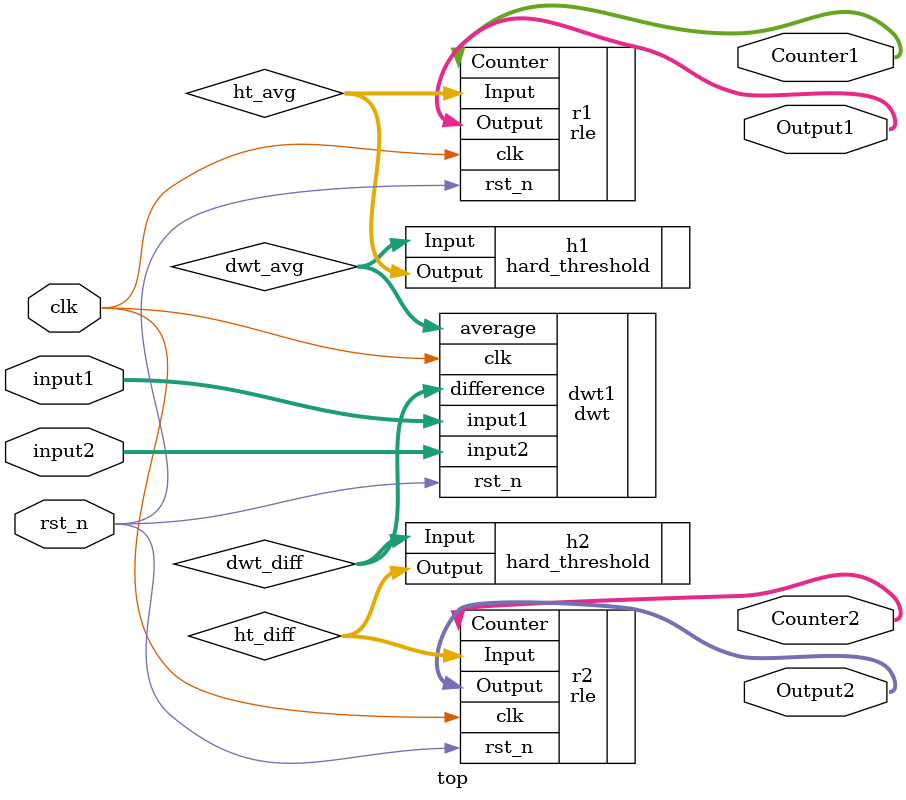
<source format=v>
`include "dwt.v"
`include "rle.v"
`include "hard_threshold.v"

module top( 
input  clk,rst_n,
input signed [7:0] input1,
input signed [7:0] input2,
output signed [8:0] Output1,
output  [7:0] Counter1,
output signed [8:0] Output2,
output  [7:0] Counter2);

wire signed [8:0] dwt_avg,dwt_diff,ht_avg,ht_diff;

dwt dwt1(.clk(clk),.rst_n(rst_n),.input1(input1),.input2(input2), .average(dwt_avg), .difference(dwt_diff));

hard_threshold h1 (.Input(dwt_avg),.Output(ht_avg)); // avg
hard_threshold h2 (.Input(dwt_diff),.Output(ht_diff)); // diff

rle r1 (.clk(clk),.rst_n(rst_n),.Input(ht_avg),.Output(Output1),.Counter(Counter1));

rle r2 (.clk(clk),.rst_n(rst_n),.Input(ht_diff),.Output(Output2),.Counter(Counter2));
//assign Output = {output1,counter1,output2,counter2};

endmodule

</source>
